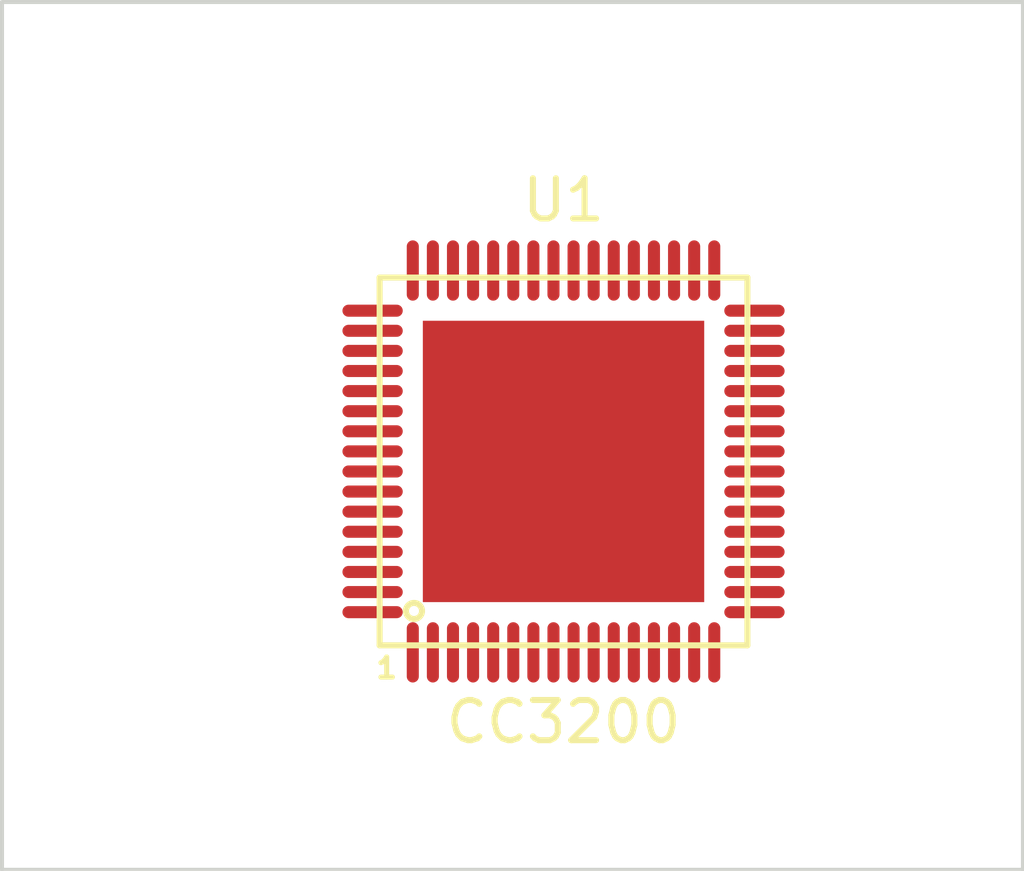
<source format=kicad_pcb>
(kicad_pcb (version 3) (host pcbnew "(2013-07-07 BZR 4022)-stable")

  (general
    (links 0)
    (no_connects 0)
    (area 0 0 0 0)
    (thickness 1.6)
    (drawings 4)
    (tracks 0)
    (zones 0)
    (modules 1)
    (nets 1)
  )

  (page A3)
  (layers
    (15 F.Cu signal)
    (0 B.Cu signal)
    (16 B.Adhes user)
    (17 F.Adhes user)
    (18 B.Paste user)
    (19 F.Paste user)
    (20 B.SilkS user)
    (21 F.SilkS user)
    (22 B.Mask user)
    (23 F.Mask user)
    (24 Dwgs.User user)
    (25 Cmts.User user)
    (26 Eco1.User user)
    (27 Eco2.User user)
    (28 Edge.Cuts user)
  )

  (setup
    (last_trace_width 0.254)
    (trace_clearance 0.254)
    (zone_clearance 0.508)
    (zone_45_only no)
    (trace_min 0.254)
    (segment_width 0.2)
    (edge_width 0.1)
    (via_size 0.889)
    (via_drill 0.635)
    (via_min_size 0.889)
    (via_min_drill 0.508)
    (uvia_size 0.508)
    (uvia_drill 0.127)
    (uvias_allowed no)
    (uvia_min_size 0.508)
    (uvia_min_drill 0.127)
    (pcb_text_width 0.3)
    (pcb_text_size 1.5 1.5)
    (mod_edge_width 0.15)
    (mod_text_size 1 1)
    (mod_text_width 0.15)
    (pad_size 1.5 1.5)
    (pad_drill 0.6)
    (pad_to_mask_clearance 0)
    (aux_axis_origin 0 0)
    (visible_elements 7FFFFFFF)
    (pcbplotparams
      (layerselection 3178497)
      (usegerberextensions true)
      (excludeedgelayer true)
      (linewidth 0.150000)
      (plotframeref false)
      (viasonmask false)
      (mode 1)
      (useauxorigin false)
      (hpglpennumber 1)
      (hpglpenspeed 20)
      (hpglpendiameter 15)
      (hpglpenoverlay 2)
      (psnegative false)
      (psa4output false)
      (plotreference true)
      (plotvalue true)
      (plotothertext true)
      (plotinvisibletext false)
      (padsonsilk false)
      (subtractmaskfromsilk false)
      (outputformat 1)
      (mirror false)
      (drillshape 1)
      (scaleselection 1)
      (outputdirectory ""))
  )

  (net 0 "")

  (net_class Default "This is the default net class."
    (clearance 0.254)
    (trace_width 0.254)
    (via_dia 0.889)
    (via_drill 0.635)
    (uvia_dia 0.508)
    (uvia_drill 0.127)
    (add_net "")
  )

  (module CC3200 (layer F.Cu) (tedit 54691175) (tstamp 546911EC)
    (at 213.36 148.59)
    (path /54695D9F)
    (fp_text reference U1 (at 0 -6.5) (layer F.SilkS)
      (effects (font (size 1 1) (thickness 0.15)))
    )
    (fp_text value CC3200 (at 0 6.48) (layer F.SilkS)
      (effects (font (size 1 1) (thickness 0.15)))
    )
    (fp_text user 1 (at -4.4 5.14) (layer F.SilkS)
      (effects (font (size 0.5 0.5) (thickness 0.125)))
    )
    (fp_circle (center -3.72 3.72) (end -3.52 3.73) (layer F.SilkS) (width 0.15))
    (fp_line (start -4.575 4.575) (end -4.575 -4.575) (layer F.SilkS) (width 0.15))
    (fp_line (start -4.575 -4.575) (end 4.575 -4.575) (layer F.SilkS) (width 0.15))
    (fp_line (start 4.575 -4.575) (end 4.575 4.575) (layer F.SilkS) (width 0.15))
    (fp_line (start 4.575 4.575) (end -4.575 4.575) (layer F.SilkS) (width 0.15))
    (pad 57 smd oval (at -4.75 0.25 90) (size 0.3 1.5)
      (layers F.Cu F.Paste F.Mask)
    )
    (pad 58 smd oval (at -4.75 0.75 90) (size 0.3 1.5)
      (layers F.Cu F.Paste F.Mask)
    )
    (pad 60 smd oval (at -4.75 1.75 90) (size 0.3 1.5)
      (layers F.Cu F.Paste F.Mask)
    )
    (pad 59 smd oval (at -4.75 1.25 90) (size 0.3 1.5)
      (layers F.Cu F.Paste F.Mask)
    )
    (pad 63 smd oval (at -4.75 3.25 90) (size 0.3 1.5)
      (layers F.Cu F.Paste F.Mask)
    )
    (pad 64 smd oval (at -4.75 3.75 90) (size 0.3 1.5)
      (layers F.Cu F.Paste F.Mask)
    )
    (pad 62 smd oval (at -4.75 2.75 90) (size 0.3 1.5)
      (layers F.Cu F.Paste F.Mask)
    )
    (pad 61 smd oval (at -4.75 2.25 90) (size 0.3 1.5)
      (layers F.Cu F.Paste F.Mask)
    )
    (pad 53 smd oval (at -4.75 -1.75 90) (size 0.3 1.5)
      (layers F.Cu F.Paste F.Mask)
    )
    (pad 54 smd oval (at -4.75 -1.25 90) (size 0.3 1.5)
      (layers F.Cu F.Paste F.Mask)
    )
    (pad 56 smd oval (at -4.75 -0.25 90) (size 0.3 1.5)
      (layers F.Cu F.Paste F.Mask)
    )
    (pad 55 smd oval (at -4.75 -0.75 90) (size 0.3 1.5)
      (layers F.Cu F.Paste F.Mask)
    )
    (pad 51 smd oval (at -4.75 -2.75 90) (size 0.3 1.5)
      (layers F.Cu F.Paste F.Mask)
    )
    (pad 52 smd oval (at -4.75 -2.25 90) (size 0.3 1.5)
      (layers F.Cu F.Paste F.Mask)
    )
    (pad 50 smd oval (at -4.75 -3.25 90) (size 0.3 1.5)
      (layers F.Cu F.Paste F.Mask)
    )
    (pad 49 smd oval (at -4.75 -3.75 90) (size 0.3 1.5)
      (layers F.Cu F.Paste F.Mask)
    )
    (pad 32 smd oval (at 4.75 -3.75 90) (size 0.3 1.5)
      (layers F.Cu F.Paste F.Mask)
    )
    (pad 31 smd oval (at 4.75 -3.25 90) (size 0.3 1.5)
      (layers F.Cu F.Paste F.Mask)
    )
    (pad 29 smd oval (at 4.75 -2.25 90) (size 0.3 1.5)
      (layers F.Cu F.Paste F.Mask)
    )
    (pad 30 smd oval (at 4.75 -2.75 90) (size 0.3 1.5)
      (layers F.Cu F.Paste F.Mask)
    )
    (pad 26 smd oval (at 4.75 -0.75 90) (size 0.3 1.5)
      (layers F.Cu F.Paste F.Mask)
    )
    (pad 25 smd oval (at 4.75 -0.25 90) (size 0.3 1.5)
      (layers F.Cu F.Paste F.Mask)
    )
    (pad 27 smd oval (at 4.75 -1.25 90) (size 0.3 1.5)
      (layers F.Cu F.Paste F.Mask)
    )
    (pad 28 smd oval (at 4.75 -1.75 90) (size 0.3 1.5)
      (layers F.Cu F.Paste F.Mask)
    )
    (pad 20 smd oval (at 4.75 2.25 90) (size 0.3 1.5)
      (layers F.Cu F.Paste F.Mask)
    )
    (pad 19 smd oval (at 4.75 2.75 90) (size 0.3 1.5)
      (layers F.Cu F.Paste F.Mask)
    )
    (pad 17 smd oval (at 4.75 3.75 90) (size 0.3 1.5)
      (layers F.Cu F.Paste F.Mask)
    )
    (pad 18 smd oval (at 4.75 3.25 90) (size 0.3 1.5)
      (layers F.Cu F.Paste F.Mask)
    )
    (pad 22 smd oval (at 4.75 1.25 90) (size 0.3 1.5)
      (layers F.Cu F.Paste F.Mask)
    )
    (pad 21 smd oval (at 4.75 1.75 90) (size 0.3 1.5)
      (layers F.Cu F.Paste F.Mask)
    )
    (pad 23 smd oval (at 4.75 0.75 90) (size 0.3 1.5)
      (layers F.Cu F.Paste F.Mask)
    )
    (pad 24 smd oval (at 4.75 0.25 90) (size 0.3 1.5)
      (layers F.Cu F.Paste F.Mask)
    )
    (pad 41 smd oval (at -0.25 -4.75) (size 0.3 1.5)
      (layers F.Cu F.Paste F.Mask)
    )
    (pad 42 smd oval (at -0.75 -4.75) (size 0.3 1.5)
      (layers F.Cu F.Paste F.Mask)
    )
    (pad 44 smd oval (at -1.75 -4.75) (size 0.3 1.5)
      (layers F.Cu F.Paste F.Mask)
    )
    (pad 43 smd oval (at -1.25 -4.75) (size 0.3 1.5)
      (layers F.Cu F.Paste F.Mask)
    )
    (pad 47 smd oval (at -3.25 -4.75) (size 0.3 1.5)
      (layers F.Cu F.Paste F.Mask)
    )
    (pad 48 smd oval (at -3.75 -4.75) (size 0.3 1.5)
      (layers F.Cu F.Paste F.Mask)
    )
    (pad 46 smd oval (at -2.75 -4.75) (size 0.3 1.5)
      (layers F.Cu F.Paste F.Mask)
    )
    (pad 45 smd oval (at -2.25 -4.75) (size 0.3 1.5)
      (layers F.Cu F.Paste F.Mask)
    )
    (pad 37 smd oval (at 1.75 -4.75) (size 0.3 1.5)
      (layers F.Cu F.Paste F.Mask)
    )
    (pad 38 smd oval (at 1.25 -4.75) (size 0.3 1.5)
      (layers F.Cu F.Paste F.Mask)
    )
    (pad 40 smd oval (at 0.25 -4.75) (size 0.3 1.5)
      (layers F.Cu F.Paste F.Mask)
    )
    (pad 39 smd oval (at 0.75 -4.75) (size 0.3 1.5)
      (layers F.Cu F.Paste F.Mask)
    )
    (pad 35 smd oval (at 2.75 -4.75) (size 0.3 1.5)
      (layers F.Cu F.Paste F.Mask)
    )
    (pad 36 smd oval (at 2.25 -4.75) (size 0.3 1.5)
      (layers F.Cu F.Paste F.Mask)
    )
    (pad 34 smd oval (at 3.25 -4.75) (size 0.3 1.5)
      (layers F.Cu F.Paste F.Mask)
    )
    (pad 33 smd oval (at 3.75 -4.75) (size 0.3 1.5)
      (layers F.Cu F.Paste F.Mask)
    )
    (pad 16 smd oval (at 3.75 4.75) (size 0.3 1.5)
      (layers F.Cu F.Paste F.Mask)
    )
    (pad 15 smd oval (at 3.25 4.75) (size 0.3 1.5)
      (layers F.Cu F.Paste F.Mask)
    )
    (pad 13 smd oval (at 2.25 4.75) (size 0.3 1.5)
      (layers F.Cu F.Paste F.Mask)
    )
    (pad 14 smd oval (at 2.75 4.75) (size 0.3 1.5)
      (layers F.Cu F.Paste F.Mask)
    )
    (pad 10 smd oval (at 0.75 4.75) (size 0.3 1.5)
      (layers F.Cu F.Paste F.Mask)
    )
    (pad 9 smd oval (at 0.25 4.75) (size 0.3 1.5)
      (layers F.Cu F.Paste F.Mask)
    )
    (pad 11 smd oval (at 1.25 4.75) (size 0.3 1.5)
      (layers F.Cu F.Paste F.Mask)
    )
    (pad 12 smd oval (at 1.75 4.75) (size 0.3 1.5)
      (layers F.Cu F.Paste F.Mask)
    )
    (pad 4 smd oval (at -2.25 4.75) (size 0.3 1.5)
      (layers F.Cu F.Paste F.Mask)
    )
    (pad 3 smd oval (at -2.75 4.75) (size 0.3 1.5)
      (layers F.Cu F.Paste F.Mask)
    )
    (pad 1 smd oval (at -3.75 4.75) (size 0.3 1.5)
      (layers F.Cu F.Paste F.Mask)
    )
    (pad 2 smd oval (at -3.25 4.75) (size 0.3 1.5)
      (layers F.Cu F.Paste F.Mask)
    )
    (pad 6 smd oval (at -1.25 4.75) (size 0.3 1.5)
      (layers F.Cu F.Paste F.Mask)
    )
    (pad 5 smd oval (at -1.75 4.75) (size 0.3 1.5)
      (layers F.Cu F.Paste F.Mask)
    )
    (pad 7 smd oval (at -0.75 4.75) (size 0.3 1.5)
      (layers F.Cu F.Paste F.Mask)
    )
    (pad 8 smd oval (at -0.25 4.75) (size 0.3 1.5)
      (layers F.Cu F.Paste F.Mask)
    )
    (pad 65 smd rect (at 0 0 90) (size 7 7)
      (layers F.Cu F.Paste F.Mask)
    )
  )

  (gr_line (start 199.39 158.75) (end 199.39 137.16) (angle 90) (layer Edge.Cuts) (width 0.1))
  (gr_line (start 224.79 158.75) (end 199.39 158.75) (angle 90) (layer Edge.Cuts) (width 0.1))
  (gr_line (start 224.79 137.16) (end 224.79 158.75) (angle 90) (layer Edge.Cuts) (width 0.1))
  (gr_line (start 199.39 137.16) (end 224.79 137.16) (angle 90) (layer Edge.Cuts) (width 0.1))

)

</source>
